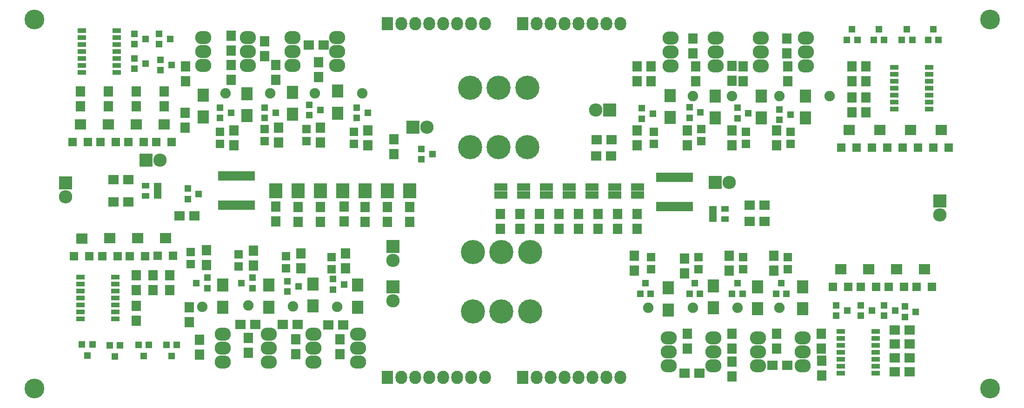
<source format=gbr>
G04 #@! TF.FileFunction,Soldermask,Top*
%FSLAX46Y46*%
G04 Gerber Fmt 4.6, Leading zero omitted, Abs format (unit mm)*
G04 Created by KiCad (PCBNEW 4.0.7) date 10/08/17 10:55:57*
%MOMM*%
%LPD*%
G01*
G04 APERTURE LIST*
%ADD10C,0.100000*%
%ADD11R,1.300000X1.200000*%
%ADD12C,3.600000*%
%ADD13O,2.940000X2.432000*%
%ADD14R,1.600000X1.600000*%
%ADD15R,2.000000X1.900000*%
%ADD16R,1.700000X1.900000*%
%ADD17R,1.543000X0.908000*%
%ADD18R,2.400000X1.400000*%
%ADD19R,2.432000X2.432000*%
%ADD20O,2.432000X2.432000*%
%ADD21C,4.400000*%
%ADD22R,2.127200X2.432000*%
%ADD23O,2.127200X2.432000*%
%ADD24R,1.200000X1.300000*%
%ADD25R,1.900000X1.700000*%
%ADD26R,1.460000X1.050000*%
%ADD27R,0.806400X1.670000*%
%ADD28C,1.900000*%
%ADD29R,2.100000X2.400000*%
G04 APERTURE END LIST*
D10*
D11*
X182800000Y-74450000D03*
X182800000Y-76350000D03*
X184800000Y-75400000D03*
X117872000Y-105800000D03*
X117872000Y-107700000D03*
X119872000Y-106750000D03*
X214000000Y-110550000D03*
X214000000Y-112450000D03*
X216000000Y-111500000D03*
D12*
X63500000Y-125730000D03*
X63500000Y-58420000D03*
X237490000Y-125730000D03*
D11*
X86250000Y-61050000D03*
X86250000Y-62950000D03*
X88250000Y-62000000D03*
D13*
X102362000Y-64262000D03*
X102362000Y-66802000D03*
X102362000Y-61722000D03*
X110490000Y-64262000D03*
X110490000Y-66802000D03*
X110490000Y-61722000D03*
X94234000Y-64262000D03*
X94234000Y-66802000D03*
X94234000Y-61722000D03*
D14*
X70482000Y-80794000D03*
D15*
X71882000Y-77544000D03*
D14*
X73282000Y-80794000D03*
D16*
X87122000Y-74248000D03*
X87122000Y-71548000D03*
D14*
X80642000Y-80794000D03*
D15*
X82042000Y-77544000D03*
D14*
X83442000Y-80794000D03*
D16*
X71882000Y-74248000D03*
X71882000Y-71548000D03*
D14*
X85722000Y-80794000D03*
D15*
X87122000Y-77544000D03*
D14*
X88522000Y-80794000D03*
D16*
X76962000Y-74248000D03*
X76962000Y-71548000D03*
X82042000Y-74248000D03*
X82042000Y-71548000D03*
D14*
X75562000Y-80794000D03*
D15*
X76962000Y-77544000D03*
D14*
X78362000Y-80794000D03*
D11*
X81750000Y-61050000D03*
X81750000Y-62950000D03*
X83750000Y-62000000D03*
D17*
X72136000Y-60452000D03*
X72136000Y-61722000D03*
X72136000Y-62992000D03*
X72136000Y-64262000D03*
X72136000Y-65532000D03*
X72136000Y-66802000D03*
X72136000Y-68072000D03*
X78486000Y-68072000D03*
X78486000Y-66802000D03*
X78486000Y-64262000D03*
X78486000Y-62992000D03*
X78486000Y-61722000D03*
X78486000Y-60452000D03*
X78486000Y-65532000D03*
D11*
X81750000Y-65550000D03*
X81750000Y-67450000D03*
X83750000Y-66500000D03*
X86500000Y-65800000D03*
X86500000Y-67700000D03*
X88500000Y-66750000D03*
D16*
X115570000Y-80852000D03*
X115570000Y-78152000D03*
D14*
X113030000Y-80622000D03*
X113030000Y-78422000D03*
D11*
X113554000Y-73980000D03*
X113554000Y-75880000D03*
X115554000Y-74930000D03*
D13*
X118618000Y-64262000D03*
X118618000Y-66802000D03*
X118618000Y-61722000D03*
D16*
X99822000Y-81360000D03*
X99822000Y-78660000D03*
D11*
X97298000Y-74488000D03*
X97298000Y-76388000D03*
X99298000Y-75438000D03*
D14*
X97282000Y-81110000D03*
X97282000Y-78910000D03*
D11*
X122190000Y-74488000D03*
X122190000Y-76388000D03*
X124190000Y-75438000D03*
D16*
X124206000Y-81360000D03*
X124206000Y-78660000D03*
D14*
X121666000Y-81110000D03*
X121666000Y-78910000D03*
X105410000Y-80622000D03*
X105410000Y-78422000D03*
D16*
X107950000Y-80872000D03*
X107950000Y-78172000D03*
D11*
X105426000Y-74488000D03*
X105426000Y-76388000D03*
X107426000Y-75438000D03*
D14*
X91948000Y-100881000D03*
X91948000Y-103081000D03*
X100711000Y-101262000D03*
X100711000Y-103462000D03*
X109347000Y-101643000D03*
X109347000Y-103843000D03*
X117602000Y-101770000D03*
X117602000Y-103970000D03*
X176276000Y-81110000D03*
X176276000Y-78910000D03*
X184912000Y-80602000D03*
X184912000Y-78402000D03*
X193040000Y-81110000D03*
X193040000Y-78910000D03*
X201168000Y-81110000D03*
X201168000Y-78910000D03*
X175768000Y-101770000D03*
X175768000Y-103970000D03*
X184404000Y-101770000D03*
X184404000Y-103970000D03*
X192532000Y-101770000D03*
X192532000Y-103970000D03*
X200660000Y-101770000D03*
X200660000Y-103970000D03*
D18*
X131826000Y-88962000D03*
X131826000Y-90362000D03*
X127762000Y-88962000D03*
X127762000Y-90362000D03*
X123698000Y-88962000D03*
X123698000Y-90362000D03*
X119634000Y-88962000D03*
X119634000Y-90362000D03*
X115570000Y-88962000D03*
X115570000Y-90362000D03*
X111506000Y-88962000D03*
X111506000Y-90362000D03*
X107442000Y-88962000D03*
X107442000Y-90362000D03*
X173354996Y-89024000D03*
X173354996Y-90424000D03*
X169206330Y-89024000D03*
X169206330Y-90424000D03*
X165057664Y-89024000D03*
X165057664Y-90424000D03*
X160908998Y-89024000D03*
X160908998Y-90424000D03*
X156760332Y-89024000D03*
X156760332Y-90424000D03*
X152611666Y-89024000D03*
X152611666Y-90424000D03*
X148463000Y-89024000D03*
X148463000Y-90424000D03*
D19*
X132461000Y-78105000D03*
D20*
X135001000Y-78105000D03*
D21*
X142836000Y-81700000D03*
X142836000Y-70900000D03*
X148046000Y-81700000D03*
X148046000Y-70900000D03*
X153256000Y-81700000D03*
X153256000Y-70900000D03*
D19*
X128778000Y-107188000D03*
D20*
X128778000Y-109728000D03*
D19*
X128778000Y-99822000D03*
D20*
X128778000Y-102362000D03*
D21*
X143344000Y-111672000D03*
X143344000Y-100872000D03*
X148554000Y-111672000D03*
X148554000Y-100872000D03*
X153764000Y-111672000D03*
X153764000Y-100872000D03*
D22*
X127762000Y-59182000D03*
D23*
X130302000Y-59182000D03*
X132842000Y-59182000D03*
X135382000Y-59182000D03*
X137922000Y-59182000D03*
X140462000Y-59182000D03*
X143002000Y-59182000D03*
X145542000Y-59182000D03*
D22*
X127762000Y-123698000D03*
D23*
X130302000Y-123698000D03*
X132842000Y-123698000D03*
X135382000Y-123698000D03*
X137922000Y-123698000D03*
X140462000Y-123698000D03*
X143002000Y-123698000D03*
X145542000Y-123698000D03*
D22*
X152400000Y-59182000D03*
D23*
X154940000Y-59182000D03*
X157480000Y-59182000D03*
X160020000Y-59182000D03*
X162560000Y-59182000D03*
X165100000Y-59182000D03*
X167640000Y-59182000D03*
X170180000Y-59182000D03*
D22*
X152400000Y-123698000D03*
D23*
X154940000Y-123698000D03*
X157480000Y-123698000D03*
X160020000Y-123698000D03*
X162560000Y-123698000D03*
X165100000Y-123698000D03*
X167640000Y-123698000D03*
X170180000Y-123698000D03*
D19*
X168275000Y-74930000D03*
D20*
X165735000Y-74930000D03*
D11*
X91440000Y-89286000D03*
X91440000Y-91186000D03*
X93440000Y-90236000D03*
X95000000Y-107450000D03*
X95000000Y-105550000D03*
X93000000Y-106500000D03*
X103200000Y-107450000D03*
X103200000Y-105550000D03*
X101200000Y-106500000D03*
D24*
X74100000Y-117700000D03*
X72200000Y-117700000D03*
X73150000Y-119700000D03*
D13*
X179324000Y-64389000D03*
X179324000Y-66929000D03*
X179324000Y-61849000D03*
D24*
X79100000Y-117900000D03*
X77200000Y-117900000D03*
X78150000Y-119900000D03*
D11*
X109600000Y-106150000D03*
X109600000Y-108050000D03*
X111600000Y-107100000D03*
D13*
X187536666Y-64389000D03*
X187536666Y-66929000D03*
X187536666Y-61849000D03*
D24*
X84350000Y-117800000D03*
X82450000Y-117800000D03*
X83400000Y-119800000D03*
D13*
X97790000Y-118364000D03*
X97790000Y-115824000D03*
X97790000Y-120904000D03*
D24*
X89450000Y-117800000D03*
X87550000Y-117800000D03*
X88500000Y-119800000D03*
D13*
X106172000Y-118364000D03*
X106172000Y-115824000D03*
X106172000Y-120904000D03*
D11*
X174100000Y-74650000D03*
X174100000Y-76550000D03*
X176100000Y-75600000D03*
D24*
X211450000Y-62200000D03*
X213350000Y-62200000D03*
X212400000Y-60200000D03*
X216350000Y-62200000D03*
X218250000Y-62200000D03*
X217300000Y-60200000D03*
D11*
X191500000Y-74550000D03*
X191500000Y-76450000D03*
X193500000Y-75500000D03*
D13*
X114300000Y-118364000D03*
X114300000Y-115824000D03*
X114300000Y-120904000D03*
D11*
X199200000Y-74850000D03*
X199200000Y-76750000D03*
X201200000Y-75800000D03*
D13*
X122428000Y-118364000D03*
X122428000Y-115824000D03*
X122428000Y-120904000D03*
D11*
X134000000Y-82050000D03*
X134000000Y-83950000D03*
X136000000Y-83000000D03*
D24*
X221450000Y-62200000D03*
X223350000Y-62200000D03*
X222400000Y-60200000D03*
D13*
X195749332Y-64389000D03*
X195749332Y-66929000D03*
X195749332Y-61849000D03*
D24*
X226250000Y-62200000D03*
X228150000Y-62200000D03*
X227200000Y-60200000D03*
D13*
X203961998Y-64389000D03*
X203961998Y-66929000D03*
X203961998Y-61849000D03*
X178990855Y-119054938D03*
X178990855Y-116514938D03*
X178990855Y-121594938D03*
X187118854Y-119054938D03*
X187118854Y-116514938D03*
X187118854Y-121594938D03*
X195246853Y-119054938D03*
X195246853Y-116514938D03*
X195246853Y-121594938D03*
X203374852Y-119054938D03*
X203374852Y-116514938D03*
X203374852Y-121594938D03*
D16*
X131826000Y-95330000D03*
X131826000Y-92630000D03*
X127762000Y-95330000D03*
X127762000Y-92630000D03*
X123698000Y-95330000D03*
X123698000Y-92630000D03*
X119888000Y-95250000D03*
X119888000Y-92550000D03*
X115570000Y-95330000D03*
X115570000Y-92630000D03*
X111506000Y-95330000D03*
X111506000Y-92630000D03*
X107442000Y-95250000D03*
X107442000Y-92550000D03*
D25*
X89916000Y-94234000D03*
X92616000Y-94234000D03*
D16*
X91000000Y-69700000D03*
X91000000Y-67000000D03*
X99314000Y-69422000D03*
X99314000Y-66722000D03*
X107442000Y-69422000D03*
X107442000Y-66722000D03*
X115250000Y-68914000D03*
X115250000Y-66214000D03*
X94869000Y-103204000D03*
X94869000Y-100504000D03*
X103378000Y-103331000D03*
X103378000Y-100631000D03*
X93599000Y-116887000D03*
X93599000Y-119587000D03*
X102489000Y-116506000D03*
X102489000Y-119206000D03*
X82042000Y-105076000D03*
X82042000Y-107776000D03*
X85090000Y-105076000D03*
X85090000Y-107776000D03*
X112014000Y-103839000D03*
X112014000Y-101139000D03*
X120142000Y-103839000D03*
X120142000Y-101139000D03*
X111125000Y-116760000D03*
X111125000Y-119460000D03*
X119126000Y-116760000D03*
X119126000Y-119460000D03*
X82042000Y-113364000D03*
X82042000Y-110664000D03*
X88138000Y-105076000D03*
X88138000Y-107776000D03*
X173228000Y-96600000D03*
X173228000Y-93900000D03*
X169672000Y-96600000D03*
X169672000Y-93900000D03*
X166116000Y-96600000D03*
X166116000Y-93900000D03*
X162560000Y-96600000D03*
X162560000Y-93900000D03*
X159004000Y-96600000D03*
X159004000Y-93900000D03*
X155448000Y-96600000D03*
X155448000Y-93900000D03*
X151892000Y-96600000D03*
X151892000Y-93900000D03*
X148336000Y-93900000D03*
X148336000Y-96600000D03*
X173228000Y-78660000D03*
X173228000Y-81360000D03*
X182372000Y-78660000D03*
X182372000Y-81360000D03*
X175768000Y-69676000D03*
X175768000Y-66976000D03*
X183896000Y-69676000D03*
X183896000Y-66976000D03*
X212344000Y-75391000D03*
X212344000Y-72691000D03*
X214884000Y-66976000D03*
X214884000Y-69676000D03*
X190500000Y-78660000D03*
X190500000Y-81360000D03*
X198628000Y-78660000D03*
X198628000Y-81360000D03*
X192532000Y-69676000D03*
X192532000Y-66976000D03*
X200660000Y-69676000D03*
X200660000Y-66976000D03*
X212344000Y-66976000D03*
X212344000Y-69676000D03*
X214884000Y-75391000D03*
X214884000Y-72691000D03*
X172720000Y-104220000D03*
X172720000Y-101520000D03*
X181864000Y-104728000D03*
X181864000Y-102028000D03*
X182372000Y-115744000D03*
X182372000Y-118444000D03*
X190500000Y-115744000D03*
X190500000Y-118444000D03*
D25*
X220138000Y-120142000D03*
X222838000Y-120142000D03*
X220138000Y-115062000D03*
X222838000Y-115062000D03*
D16*
X189992000Y-104220000D03*
X189992000Y-101520000D03*
X198120000Y-104220000D03*
X198120000Y-101520000D03*
X198628000Y-115744000D03*
X198628000Y-118444000D03*
X206756000Y-115744000D03*
X206756000Y-118444000D03*
D25*
X220138000Y-117602000D03*
X222838000Y-117602000D03*
X220138000Y-122682000D03*
X222838000Y-122682000D03*
D16*
X129000000Y-83000000D03*
X129000000Y-80300000D03*
D25*
X165862000Y-80391000D03*
X168562000Y-80391000D03*
X165782000Y-83312000D03*
X168482000Y-83312000D03*
D14*
X70736000Y-101622000D03*
D15*
X72136000Y-98372000D03*
D14*
X73536000Y-101622000D03*
X75850000Y-101585000D03*
D15*
X77250000Y-98335000D03*
D14*
X78650000Y-101585000D03*
X80896000Y-101585000D03*
D15*
X82296000Y-98335000D03*
D14*
X83696000Y-101585000D03*
X85976000Y-101575000D03*
D15*
X87376000Y-98325000D03*
D14*
X88776000Y-101575000D03*
X210436000Y-81810000D03*
D15*
X211836000Y-78560000D03*
D14*
X213236000Y-81810000D03*
X216024000Y-81810000D03*
D15*
X217424000Y-78560000D03*
D14*
X218824000Y-81810000D03*
X221612000Y-81810000D03*
D15*
X223012000Y-78560000D03*
D14*
X224412000Y-81810000D03*
X227200000Y-81810000D03*
D15*
X228600000Y-78560000D03*
D14*
X230000000Y-81810000D03*
X208912000Y-107210000D03*
D15*
X210312000Y-103960000D03*
D14*
X211712000Y-107210000D03*
X213992000Y-107210000D03*
D15*
X215392000Y-103960000D03*
D14*
X216792000Y-107210000D03*
X219072000Y-107210000D03*
D15*
X220472000Y-103960000D03*
D14*
X221872000Y-107210000D03*
X224152000Y-107210000D03*
D15*
X225552000Y-103960000D03*
D14*
X226952000Y-107210000D03*
D26*
X85936000Y-90612000D03*
X85936000Y-89662000D03*
X85936000Y-88712000D03*
X83736000Y-88712000D03*
X83736000Y-90612000D03*
X187094524Y-92966000D03*
X187094524Y-93916000D03*
X187094524Y-94866000D03*
X189294524Y-94866000D03*
X189294524Y-92966000D03*
D27*
X103251000Y-86995000D03*
X102616000Y-86995000D03*
X101955600Y-86995000D03*
X101295200Y-86995000D03*
X100660200Y-86995000D03*
X99999800Y-86995000D03*
X99339400Y-86995000D03*
X98704400Y-86995000D03*
X98044000Y-86995000D03*
X97409000Y-86995000D03*
X97409000Y-92329000D03*
X98044000Y-92329000D03*
X98704400Y-92329000D03*
X99339400Y-92329000D03*
X99999800Y-92329000D03*
X100660200Y-92329000D03*
X101295200Y-92329000D03*
X101955600Y-92329000D03*
X102616000Y-92329000D03*
X103251000Y-92329000D03*
X183007000Y-87249000D03*
X182372000Y-87249000D03*
X181711600Y-87249000D03*
X181051200Y-87249000D03*
X180416200Y-87249000D03*
X179755800Y-87249000D03*
X179095400Y-87249000D03*
X178460400Y-87249000D03*
X177800000Y-87249000D03*
X177165000Y-87249000D03*
X177165000Y-92583000D03*
X177800000Y-92583000D03*
X178460400Y-92583000D03*
X179095400Y-92583000D03*
X179755800Y-92583000D03*
X180416200Y-92583000D03*
X181051200Y-92583000D03*
X181711600Y-92583000D03*
X182372000Y-92583000D03*
X183007000Y-92583000D03*
D17*
X71882000Y-105410000D03*
X71882000Y-106680000D03*
X71882000Y-107950000D03*
X71882000Y-109220000D03*
X71882000Y-110490000D03*
X71882000Y-111760000D03*
X71882000Y-113030000D03*
X78232000Y-113030000D03*
X78232000Y-111760000D03*
X78232000Y-109220000D03*
X78232000Y-107950000D03*
X78232000Y-106680000D03*
X78232000Y-105410000D03*
X78232000Y-110490000D03*
X220091000Y-67183000D03*
X220091000Y-68453000D03*
X220091000Y-69723000D03*
X220091000Y-70993000D03*
X220091000Y-72263000D03*
X220091000Y-73533000D03*
X220091000Y-74803000D03*
X226441000Y-74803000D03*
X226441000Y-73533000D03*
X226441000Y-70993000D03*
X226441000Y-69723000D03*
X226441000Y-68453000D03*
X226441000Y-67183000D03*
X226441000Y-72263000D03*
X216662000Y-122936000D03*
X216662000Y-121666000D03*
X216662000Y-120396000D03*
X216662000Y-119126000D03*
X216662000Y-117856000D03*
X216662000Y-116586000D03*
X216662000Y-115316000D03*
X210312000Y-115316000D03*
X210312000Y-116586000D03*
X210312000Y-119126000D03*
X210312000Y-120396000D03*
X210312000Y-121666000D03*
X210312000Y-122936000D03*
X210312000Y-117856000D03*
D28*
X98298000Y-71882000D03*
X106426000Y-71882000D03*
X114554000Y-71882000D03*
X123190000Y-71882000D03*
X94107000Y-110871000D03*
X102489000Y-110617000D03*
X110617000Y-110744000D03*
X118618000Y-110871000D03*
X183388000Y-72390000D03*
X190500000Y-72390000D03*
X199136000Y-72390000D03*
X208280000Y-72390000D03*
X175260000Y-110998000D03*
X183388000Y-110998000D03*
X191516000Y-110998000D03*
X199136000Y-110998000D03*
D25*
X80598000Y-87630000D03*
X77898000Y-87630000D03*
X193722000Y-95250000D03*
X196422000Y-95250000D03*
X80598000Y-91694000D03*
X77898000Y-91694000D03*
X193722000Y-92329000D03*
X196422000Y-92329000D03*
D19*
X69215000Y-88265000D03*
D20*
X69215000Y-90805000D03*
D19*
X228346000Y-91567000D03*
D20*
X228346000Y-94107000D03*
D19*
X83820000Y-84074000D03*
D20*
X86360000Y-84074000D03*
D19*
X187452000Y-88138000D03*
D20*
X189992000Y-88138000D03*
D12*
X237490000Y-58420000D03*
D24*
X173850000Y-108500000D03*
X175750000Y-108500000D03*
X174800000Y-106500000D03*
X182800000Y-108500000D03*
X184700000Y-108500000D03*
X183750000Y-106500000D03*
D11*
X209500000Y-110550000D03*
X209500000Y-112450000D03*
X211500000Y-111500000D03*
D24*
X190550000Y-108500000D03*
X192450000Y-108500000D03*
X191500000Y-106500000D03*
X198550000Y-108500000D03*
X200450000Y-108500000D03*
X199500000Y-106500000D03*
D11*
X218250000Y-110550000D03*
X218250000Y-112450000D03*
X220250000Y-111500000D03*
X222000000Y-110800000D03*
X222000000Y-112700000D03*
X224000000Y-111750000D03*
D29*
X94250000Y-72250000D03*
X94250000Y-76250000D03*
X102250000Y-72000000D03*
X102250000Y-76000000D03*
X110500000Y-71750000D03*
X110500000Y-75750000D03*
X118750000Y-71500000D03*
X118750000Y-75500000D03*
X97800000Y-110900000D03*
X97800000Y-106900000D03*
X106200000Y-110900000D03*
X106200000Y-106900000D03*
X114200000Y-110700000D03*
X114200000Y-106700000D03*
X122400000Y-110900000D03*
X122400000Y-106900000D03*
X179300000Y-72300000D03*
X179300000Y-76300000D03*
X187500000Y-72400000D03*
X187500000Y-76400000D03*
X195900000Y-72400000D03*
X195900000Y-76400000D03*
X203900000Y-72400000D03*
X203900000Y-76400000D03*
X178900000Y-111400000D03*
X178900000Y-107400000D03*
X187100000Y-111000000D03*
X187100000Y-107000000D03*
X195200000Y-111200000D03*
X195200000Y-107200000D03*
X203400000Y-111200000D03*
X203400000Y-107200000D03*
D16*
X91694000Y-110918000D03*
X91694000Y-113618000D03*
D25*
X108759000Y-114046000D03*
X111459000Y-114046000D03*
X101059000Y-114046000D03*
X103759000Y-114046000D03*
X117014000Y-114173000D03*
X119714000Y-114173000D03*
X181911000Y-122936000D03*
X184611000Y-122936000D03*
X197913000Y-121539000D03*
X200613000Y-121539000D03*
D16*
X190500000Y-123524000D03*
X190500000Y-120824000D03*
X206883000Y-123397000D03*
X206883000Y-120697000D03*
X90932000Y-75485000D03*
X90932000Y-78185000D03*
X105410000Y-65151000D03*
X105410000Y-62451000D03*
X99314000Y-64088000D03*
X99314000Y-61388000D03*
D25*
X113458000Y-63119000D03*
X116158000Y-63119000D03*
D16*
X173228000Y-69676000D03*
X173228000Y-66976000D03*
X190500000Y-69596000D03*
X190500000Y-66896000D03*
X183388000Y-61943000D03*
X183388000Y-64643000D03*
X200533000Y-64643000D03*
X200533000Y-61943000D03*
M02*

</source>
